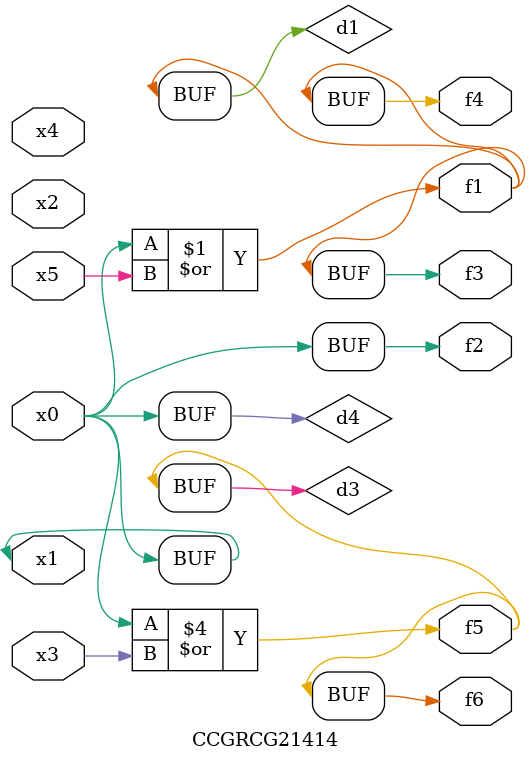
<source format=v>
module CCGRCG21414(
	input x0, x1, x2, x3, x4, x5,
	output f1, f2, f3, f4, f5, f6
);

	wire d1, d2, d3, d4;

	or (d1, x0, x5);
	xnor (d2, x1, x4);
	or (d3, x0, x3);
	buf (d4, x0, x1);
	assign f1 = d1;
	assign f2 = d4;
	assign f3 = d1;
	assign f4 = d1;
	assign f5 = d3;
	assign f6 = d3;
endmodule

</source>
